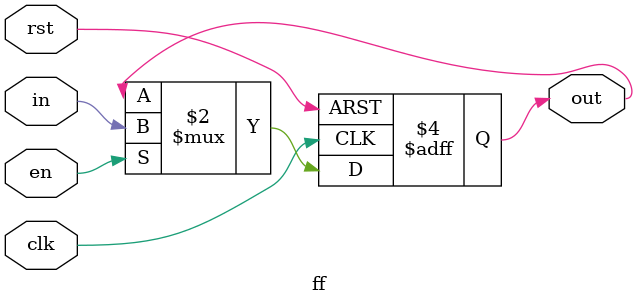
<source format=sv>
module ff (
    input  logic clk,
    input  logic rst,
    input  logic en,
    input  logic in,
    output logic out
);
    always_ff @(posedge clk or posedge rst)
        if (rst) out <= 1'b0;
        else if (en) out <= in;
endmodule

</source>
